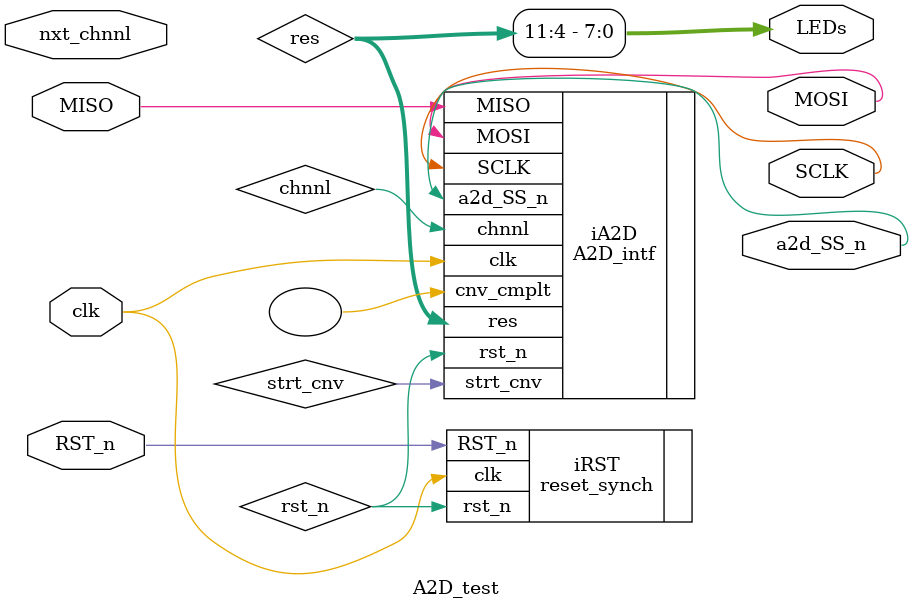
<source format=sv>
module A2D_test(clk,RST_n,nxt_chnnl,LEDs,a2d_SS_n,MOSI,MISO,SCLK);

input clk,RST_n;		// 50MHz clock and active low unsynchronized reset from push button
input nxt_chnnl;		// unsynchronized push button.  Advances to convert next chnnl
output [7:0] LEDs;		// upper bits of conversion displayed on LEDs
output a2d_SS_n;		// Active low slave select to A2D (part of SPI bus)
output MOSI;			// Master Out Slave In to A2D (part of SPI bus)
input MISO;				// Master In Slave Out from A2D (part of SPI bus)
output SCLK;			// Serial clock of SPI bus

///////////////////////////////////////////////////
// Declare any registers or wires you need here //
/////////////////////////////////////////////////
wire [11:0] res;		// result of A2D conversion

/////////////////////////////////////
// Instantiate Reset synchronizer //
///////////////////////////////////
reset_synch iRST(.clk(clk), .RST_n(RST_n), .rst_n(rst_n));

////////////////////////////////
// Instantiate A2D Interface //
//////////////////////////////
A2D_intf iA2D(.clk(clk), .rst_n(rst_n), .strt_cnv(strt_cnv), .cnv_cmplt(), .chnnl(chnnl),
              .res(res), .a2d_SS_n(a2d_SS_n), .SCLK(SCLK), .MOSI(MOSI), .MISO(MISO));


////////////////////////////////////////
// Synchronize nxt_chnnl push button //
//////////////////////////////////////
 

///////////////////////////////////////////////////////////////////
// Implement method to increment channel and start a conversion //
// with every release of the nxt_chnnl push button.            //
////////////////////////////////////////////////////////////////
	
	
	
assign LEDs = res[11:4];

endmodule
    

</source>
